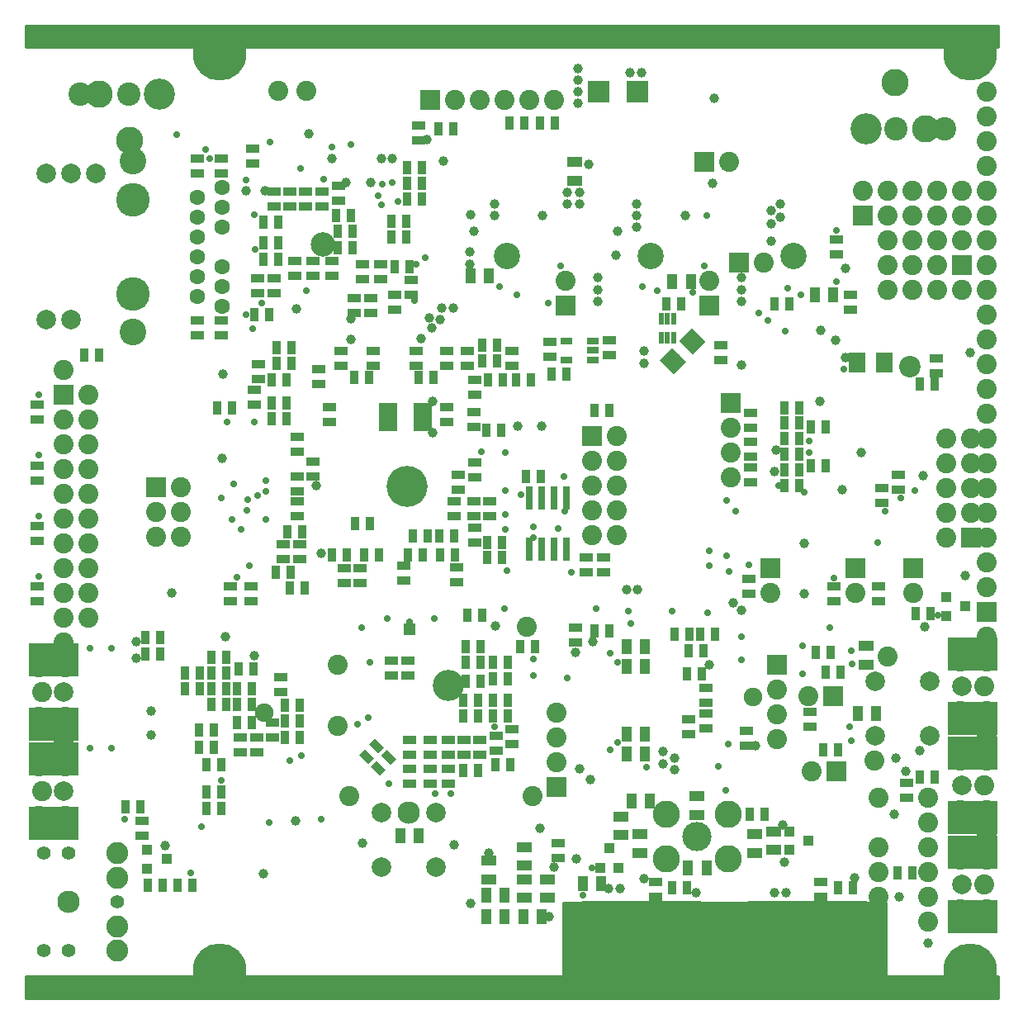
<source format=gbs>
G04 #@! TF.GenerationSoftware,KiCad,Pcbnew,5.0.2-bee76a0~70~ubuntu16.04.1*
G04 #@! TF.CreationDate,2019-02-23T19:03:37-08:00*
G04 #@! TF.ProjectId,hermeslite,6865726d-6573-46c6-9974-652e6b696361,2.0-build8*
G04 #@! TF.SameCoordinates,PX42c1d80PY2625a00*
G04 #@! TF.FileFunction,Soldermask,Bot*
G04 #@! TF.FilePolarity,Negative*
%FSLAX46Y46*%
G04 Gerber Fmt 4.6, Leading zero omitted, Abs format (unit mm)*
G04 Created by KiCad (PCBNEW 5.0.2-bee76a0~70~ubuntu16.04.1) date Sat 23 Feb 2019 07:03:37 PM PST*
%MOMM*%
%LPD*%
G01*
G04 APERTURE LIST*
%ADD10C,0.000000*%
%ADD11C,2.500000*%
%ADD12O,0.900000X1.600000*%
%ADD13R,12.200000X10.100000*%
%ADD14C,4.200000*%
%ADD15C,2.050000*%
%ADD16C,2.000000*%
%ADD17R,5.200000X3.500000*%
%ADD18R,0.835000X1.343000*%
%ADD19C,1.000000*%
%ADD20C,1.800000*%
%ADD21C,0.100000*%
%ADD22C,1.900000*%
%ADD23C,3.200000*%
%ADD24C,2.700000*%
%ADD25R,1.343000X0.835000*%
%ADD26R,2.050000X2.050000*%
%ADD27R,1.089000X1.597000*%
%ADD28R,1.800000X2.000000*%
%ADD29R,1.597000X1.089000*%
%ADD30C,0.835000*%
%ADD31R,1.250000X0.800000*%
%ADD32R,1.978000X2.994000*%
%ADD33R,0.800000X2.400000*%
%ADD34C,1.600000*%
%ADD35C,3.450000*%
%ADD36C,2.740000*%
%ADD37C,2.200000*%
%ADD38R,1.100000X1.000000*%
%ADD39R,1.000000X1.100000*%
%ADD40R,2.200000X2.300000*%
%ADD41R,1.200000X1.200000*%
%ADD42R,0.600000X1.200000*%
%ADD43C,5.500000*%
%ADD44C,2.300000*%
%ADD45C,2.800000*%
%ADD46C,3.000000*%
%ADD47C,2.400000*%
%ADD48C,1.400000*%
%ADD49C,2.250000*%
%ADD50C,0.000000*%
%ADD51C,0.700000*%
%ADD52C,0.000000*%
%ADD53C,0.700000*%
%ADD54C,0.254000*%
G04 APERTURE END LIST*
D10*
G04 #@! TO.C,U4*
X27216525Y-20615000D03*
X27216525Y-23415000D03*
D11*
X30616525Y-22615000D03*
D10*
X30016525Y-20615000D03*
X31416525Y-20615000D03*
X28616525Y-19215000D03*
X30016525Y-19215000D03*
X28616525Y-22015000D03*
X28616525Y-23415000D03*
X31416525Y-19215000D03*
X27216525Y-19215000D03*
X28616525Y-20615000D03*
X27216525Y-22015000D03*
G04 #@! TD*
D12*
G04 #@! TO.C,Q3*
X80300000Y-92600000D03*
D10*
X85000000Y-98000000D03*
X80300000Y-94500000D03*
X81000000Y-95000000D03*
X79600000Y-95000000D03*
X80300000Y-95500000D03*
X80300000Y-96500000D03*
X79600000Y-96000000D03*
X81000000Y-96000000D03*
X80300000Y-97500000D03*
X79600000Y-97000000D03*
X81000000Y-97000000D03*
X80300000Y-98500000D03*
D13*
X80300000Y-94850000D03*
D10*
X84000000Y-98000000D03*
X83000000Y-98000000D03*
X82000000Y-98000000D03*
X81000000Y-98000000D03*
X81000000Y-99000000D03*
X82000000Y-99000000D03*
X83000000Y-99000000D03*
X84000000Y-99000000D03*
X85000000Y-99000000D03*
X79600000Y-99000000D03*
X78600000Y-99000000D03*
X77600000Y-99000000D03*
X76600000Y-99000000D03*
X75600000Y-99000000D03*
X75600000Y-98000000D03*
X76600000Y-98000000D03*
X77600000Y-98000000D03*
X78600000Y-98000000D03*
X79600000Y-98000000D03*
G04 #@! TD*
D12*
G04 #@! TO.C,Q4*
X63300000Y-92600000D03*
D10*
X68000000Y-98000000D03*
X63300000Y-94500000D03*
X64000000Y-95000000D03*
X62600000Y-95000000D03*
X63300000Y-95500000D03*
X63300000Y-96500000D03*
X62600000Y-96000000D03*
X64000000Y-96000000D03*
X63300000Y-97500000D03*
X62600000Y-97000000D03*
X64000000Y-97000000D03*
X63300000Y-98500000D03*
D13*
X63300000Y-94850000D03*
D10*
X67000000Y-98000000D03*
X66000000Y-98000000D03*
X65000000Y-98000000D03*
X64000000Y-98000000D03*
X64000000Y-99000000D03*
X65000000Y-99000000D03*
X66000000Y-99000000D03*
X67000000Y-99000000D03*
X68000000Y-99000000D03*
X62600000Y-99000000D03*
X61600000Y-99000000D03*
X60600000Y-99000000D03*
X59600000Y-99000000D03*
X58600000Y-99000000D03*
X58600000Y-98000000D03*
X59600000Y-98000000D03*
X60600000Y-98000000D03*
X61600000Y-98000000D03*
X62600000Y-98000000D03*
G04 #@! TD*
G04 #@! TO.C,U2*
X35600000Y-46800000D03*
D14*
X39200000Y-47400000D03*
D10*
X37100000Y-43800000D03*
X35600000Y-43800000D03*
X38600000Y-45300000D03*
X35600000Y-45300000D03*
X37100000Y-45300000D03*
X37100000Y-46800000D03*
X38600000Y-43800000D03*
G04 #@! TD*
D15*
G04 #@! TO.C,RF2*
X98700000Y-83120000D03*
D16*
X96160000Y-88200000D03*
D15*
X96005000Y-85660000D03*
X96005000Y-90740000D03*
X98700000Y-90740000D03*
X98700000Y-85660000D03*
X98415000Y-88200000D03*
D17*
X97200000Y-91500000D03*
X97200000Y-84900000D03*
G04 #@! TD*
D15*
G04 #@! TO.C,RF3*
X98700000Y-72960000D03*
D16*
X96160000Y-78040000D03*
D15*
X96005000Y-75500000D03*
X96005000Y-80580000D03*
X98700000Y-80580000D03*
X98700000Y-75500000D03*
X98415000Y-78040000D03*
D17*
X97200000Y-81340000D03*
X97200000Y-74740000D03*
G04 #@! TD*
D15*
G04 #@! TO.C,RF1*
X98700000Y-62800000D03*
D16*
X96160000Y-67880000D03*
D15*
X96005000Y-65340000D03*
X96005000Y-70420000D03*
X98700000Y-70420000D03*
X98700000Y-65340000D03*
X98415000Y-67880000D03*
D17*
X97200000Y-71180000D03*
X97200000Y-64580000D03*
G04 #@! TD*
D16*
G04 #@! TO.C,CL2*
X4040000Y-68440000D03*
D15*
X4195000Y-70980000D03*
X4195000Y-65900000D03*
X1500000Y-65900000D03*
X1500000Y-70980000D03*
X1785000Y-68440000D03*
D17*
X3000000Y-65140000D03*
X3000000Y-71740000D03*
D15*
X4040000Y-63360000D03*
G04 #@! TD*
D16*
G04 #@! TO.C,CL1*
X4040000Y-78600000D03*
D15*
X4195000Y-81140000D03*
X4195000Y-76060000D03*
X1500000Y-76060000D03*
X1500000Y-81140000D03*
X1785000Y-78600000D03*
D17*
X3000000Y-75300000D03*
X3000000Y-81900000D03*
D15*
X4040000Y-73520000D03*
G04 #@! TD*
D18*
G04 #@! TO.C,C91*
X79462000Y-45700000D03*
X77938000Y-45700000D03*
G04 #@! TD*
D19*
G04 #@! TO.C,GT1*
X20400000Y-35900000D03*
G04 #@! TD*
D20*
G04 #@! TO.C,R123*
X68489949Y-32510051D03*
D21*
G36*
X68419238Y-31166548D02*
X69833452Y-32580762D01*
X68560660Y-33853554D01*
X67146446Y-32439340D01*
X68419238Y-31166548D01*
X68419238Y-31166548D01*
G37*
D20*
X66510051Y-34489949D03*
D21*
G36*
X66439340Y-33146446D02*
X67853554Y-34560660D01*
X66580762Y-35833452D01*
X65166548Y-34419238D01*
X66439340Y-33146446D01*
X66439340Y-33146446D01*
G37*
G04 #@! TD*
D22*
G04 #@! TO.C,U6*
X24555000Y-70620715D03*
D10*
X26055000Y-71120715D03*
X26055000Y-69120715D03*
X26055000Y-70220715D03*
X24955000Y-69120715D03*
X24055000Y-69120715D03*
X25555000Y-69620715D03*
G04 #@! TD*
D23*
G04 #@! TO.C,U7*
X43500000Y-67800000D03*
D10*
X44500000Y-72800000D03*
X44500000Y-71300000D03*
X43000000Y-72800000D03*
X43000000Y-71300000D03*
X38500000Y-72800000D03*
X40000000Y-72800000D03*
X40000000Y-66800000D03*
X38500000Y-66800000D03*
X38500000Y-68300000D03*
X40000000Y-68300000D03*
X40000000Y-71300000D03*
X38500000Y-71300000D03*
X38500000Y-69800000D03*
X40000000Y-69800000D03*
X44500000Y-69800000D03*
X43000000Y-69800000D03*
X41500000Y-66800000D03*
X41500000Y-68300000D03*
X41500000Y-72800000D03*
X41500000Y-71300000D03*
X41500000Y-69800000D03*
G04 #@! TD*
G04 #@! TO.C,U9*
X71395000Y-70325000D03*
X74395000Y-70325000D03*
X71395000Y-68825000D03*
D22*
X74700000Y-68950000D03*
D10*
X72895000Y-70325000D03*
X72895000Y-68825000D03*
G04 #@! TD*
G04 #@! TO.C,U16*
X52500000Y-23750000D03*
D24*
X49500000Y-23750000D03*
D10*
X51500000Y-23750000D03*
G04 #@! TD*
G04 #@! TO.C,U3*
X67200000Y-23750000D03*
D24*
X64200000Y-23750000D03*
D10*
X66200000Y-23750000D03*
G04 #@! TD*
G04 #@! TO.C,U8*
X81900000Y-23750000D03*
D24*
X78900000Y-23750000D03*
D10*
X80900000Y-23750000D03*
G04 #@! TD*
D25*
G04 #@! TO.C,R119*
X74300000Y-56838000D03*
X74300000Y-58362000D03*
G04 #@! TD*
G04 #@! TO.C,R118*
X83000000Y-57638000D03*
X83000000Y-59162000D03*
G04 #@! TD*
G04 #@! TO.C,R117*
X87600000Y-57638000D03*
X87600000Y-59162000D03*
G04 #@! TD*
D26*
G04 #@! TO.C,CN10*
X76500000Y-55800000D03*
D15*
X76500000Y-58340000D03*
G04 #@! TD*
D26*
G04 #@! TO.C,CN9*
X85200000Y-55800000D03*
D15*
X85200000Y-58340000D03*
G04 #@! TD*
D26*
G04 #@! TO.C,CN8*
X91100000Y-55800000D03*
D15*
X91100000Y-58340000D03*
G04 #@! TD*
D18*
G04 #@! TO.C,R115*
X77938000Y-47300000D03*
X79462000Y-47300000D03*
G04 #@! TD*
G04 #@! TO.C,R112*
X77938000Y-44100000D03*
X79462000Y-44100000D03*
G04 #@! TD*
G04 #@! TO.C,R109*
X77938000Y-42500000D03*
X79462000Y-42500000D03*
G04 #@! TD*
G04 #@! TO.C,R108*
X80638000Y-41300000D03*
X82162000Y-41300000D03*
G04 #@! TD*
G04 #@! TO.C,R104*
X77938000Y-39300000D03*
X79462000Y-39300000D03*
G04 #@! TD*
G04 #@! TO.C,C90*
X79462000Y-40900000D03*
X77938000Y-40900000D03*
G04 #@! TD*
D25*
G04 #@! TO.C,R107*
X74500000Y-42788000D03*
X74500000Y-44312000D03*
G04 #@! TD*
G04 #@! TO.C,R106*
X74500000Y-41362000D03*
X74500000Y-39838000D03*
G04 #@! TD*
D26*
G04 #@! TO.C,DB17*
X72400000Y-38800000D03*
D15*
X72400000Y-41340000D03*
X72400000Y-43880000D03*
X72400000Y-46420000D03*
G04 #@! TD*
D25*
G04 #@! TO.C,R53*
X87900000Y-49062000D03*
X87900000Y-47538000D03*
G04 #@! TD*
G04 #@! TO.C,R48*
X89600000Y-47762000D03*
X89600000Y-46238000D03*
G04 #@! TD*
G04 #@! TO.C,B111*
X74000000Y-72438000D03*
X74000000Y-73962000D03*
G04 #@! TD*
D27*
G04 #@! TO.C,C147*
X63652500Y-74800000D03*
X61747500Y-74800000D03*
G04 #@! TD*
G04 #@! TO.C,C146*
X63652500Y-65800000D03*
X61747500Y-65800000D03*
G04 #@! TD*
G04 #@! TO.C,C145*
X63652500Y-72800000D03*
X61747500Y-72800000D03*
G04 #@! TD*
G04 #@! TO.C,C144*
X63652500Y-63800000D03*
X61747500Y-63800000D03*
G04 #@! TD*
D18*
G04 #@! TO.C,R68*
X68162000Y-62500000D03*
X66638000Y-62500000D03*
G04 #@! TD*
G04 #@! TO.C,R67*
X70862000Y-62500000D03*
X69338000Y-62500000D03*
G04 #@! TD*
G04 #@! TO.C,B80*
X69462000Y-66600000D03*
X67938000Y-66600000D03*
G04 #@! TD*
D28*
G04 #@! TO.C,C43*
X85400000Y-34700000D03*
X88200000Y-34700000D03*
G04 #@! TD*
D26*
G04 #@! TO.C,DB27*
X86000000Y-19620000D03*
D15*
X86000000Y-17080000D03*
G04 #@! TD*
D26*
G04 #@! TO.C,DB14*
X73300000Y-24400000D03*
D15*
X75840000Y-24400000D03*
G04 #@! TD*
D27*
G04 #@! TO.C,C34*
X81047500Y-27700000D03*
X82952500Y-27700000D03*
G04 #@! TD*
D26*
G04 #@! TO.C,DB11*
X55500000Y-28800000D03*
D15*
X55500000Y-26260000D03*
G04 #@! TD*
D26*
G04 #@! TO.C,DB8*
X70200000Y-28800000D03*
D15*
X70200000Y-26260000D03*
G04 #@! TD*
D27*
G04 #@! TO.C,R61*
X87352500Y-70700000D03*
X85447500Y-70700000D03*
G04 #@! TD*
D26*
G04 #@! TO.C,DB23*
X83300000Y-76600000D03*
D15*
X80760000Y-76600000D03*
G04 #@! TD*
D26*
G04 #@! TO.C,DB20*
X82900000Y-68900000D03*
D15*
X80360000Y-68900000D03*
G04 #@! TD*
D29*
G04 #@! TO.C,R54*
X86300000Y-65652500D03*
X86300000Y-63747500D03*
G04 #@! TD*
D25*
G04 #@! TO.C,B81*
X54700000Y-83938000D03*
X54700000Y-85462000D03*
G04 #@! TD*
D29*
G04 #@! TO.C,L11*
X53600000Y-89552500D03*
X53600000Y-87647500D03*
G04 #@! TD*
D27*
G04 #@! TO.C,L10*
X47347500Y-91500000D03*
X49252500Y-91500000D03*
G04 #@! TD*
D29*
G04 #@! TO.C,C57*
X51300000Y-86252500D03*
X51300000Y-84347500D03*
G04 #@! TD*
D27*
G04 #@! TO.C,C56*
X51147500Y-91500000D03*
X53052500Y-91500000D03*
G04 #@! TD*
D29*
G04 #@! TO.C,C55*
X47600000Y-87652500D03*
X47600000Y-85747500D03*
G04 #@! TD*
G04 #@! TO.C,C54*
X51300000Y-87647500D03*
X51300000Y-89552500D03*
G04 #@! TD*
D27*
G04 #@! TO.C,C53*
X49252500Y-89300000D03*
X47347500Y-89300000D03*
G04 #@! TD*
D26*
G04 #@! TO.C,DB3*
X54600000Y-78200000D03*
D15*
X54600000Y-75660000D03*
X54600000Y-73120000D03*
X54600000Y-70580000D03*
G04 #@! TD*
D18*
G04 #@! TO.C,B98*
X75862000Y-81000000D03*
X74338000Y-81000000D03*
G04 #@! TD*
D29*
G04 #@! TO.C,R96*
X63100000Y-84952500D03*
X63100000Y-83047500D03*
G04 #@! TD*
G04 #@! TO.C,R93*
X74900000Y-83047500D03*
X74900000Y-84952500D03*
G04 #@! TD*
D27*
G04 #@! TO.C,C149*
X59152500Y-88100000D03*
X57247500Y-88100000D03*
G04 #@! TD*
D29*
G04 #@! TO.C,C148*
X76800000Y-84652500D03*
X76800000Y-82747500D03*
G04 #@! TD*
D25*
G04 #@! TO.C,B107*
X64700000Y-89462000D03*
X64700000Y-87938000D03*
G04 #@! TD*
G04 #@! TO.C,B104*
X81700000Y-89462000D03*
X81700000Y-87938000D03*
G04 #@! TD*
D26*
G04 #@! TO.C,DB2*
X77200000Y-65700000D03*
D15*
X77200000Y-68240000D03*
X77200000Y-70780000D03*
X77200000Y-73320000D03*
G04 #@! TD*
D25*
G04 #@! TO.C,R65*
X68100000Y-72762000D03*
X68100000Y-71238000D03*
G04 #@! TD*
G04 #@! TO.C,R55*
X69900000Y-69562000D03*
X69900000Y-68038000D03*
G04 #@! TD*
D18*
G04 #@! TO.C,R49*
X68138000Y-64200000D03*
X69662000Y-64200000D03*
G04 #@! TD*
D25*
G04 #@! TO.C,B75*
X69900000Y-72162000D03*
X69900000Y-70638000D03*
G04 #@! TD*
D18*
G04 #@! TO.C,J22*
X45438000Y-60600000D03*
X46962000Y-60600000D03*
G04 #@! TD*
D25*
G04 #@! TO.C,J9*
X50000000Y-73762000D03*
X50000000Y-72238000D03*
G04 #@! TD*
D30*
G04 #@! TO.C,B74*
X35061185Y-75038815D03*
D21*
G36*
X35240790Y-75808854D02*
X34291146Y-74859210D01*
X34881580Y-74268776D01*
X35831224Y-75218420D01*
X35240790Y-75808854D01*
X35240790Y-75808854D01*
G37*
D30*
X36138815Y-73961185D03*
D21*
G36*
X36318420Y-74731224D02*
X35368776Y-73781580D01*
X35959210Y-73191146D01*
X36908854Y-74140790D01*
X36318420Y-74731224D01*
X36318420Y-74731224D01*
G37*
G04 #@! TD*
D30*
G04 #@! TO.C,B72*
X36261185Y-76238815D03*
D21*
G36*
X36440790Y-77008854D02*
X35491146Y-76059210D01*
X36081580Y-75468776D01*
X37031224Y-76418420D01*
X36440790Y-77008854D01*
X36440790Y-77008854D01*
G37*
D30*
X37338815Y-75161185D03*
D21*
G36*
X37518420Y-75931224D02*
X36568776Y-74981580D01*
X37159210Y-74391146D01*
X38108854Y-75340790D01*
X37518420Y-75931224D01*
X37518420Y-75931224D01*
G37*
G04 #@! TD*
D18*
G04 #@! TO.C,FB20*
X50838000Y-63800000D03*
X52362000Y-63800000D03*
G04 #@! TD*
G04 #@! TO.C,FB19*
X49562000Y-70900000D03*
X48038000Y-70900000D03*
G04 #@! TD*
G04 #@! TO.C,FB18*
X49862000Y-75900000D03*
X48338000Y-75900000D03*
G04 #@! TD*
G04 #@! TO.C,FB17*
X45038000Y-76500000D03*
X46562000Y-76500000D03*
G04 #@! TD*
G04 #@! TO.C,C70*
X48038000Y-65400000D03*
X49562000Y-65400000D03*
G04 #@! TD*
G04 #@! TO.C,C69*
X46762000Y-63800000D03*
X45238000Y-63800000D03*
G04 #@! TD*
D25*
G04 #@! TO.C,C67*
X39300000Y-65238000D03*
X39300000Y-66762000D03*
G04 #@! TD*
D18*
G04 #@! TO.C,C66*
X48038000Y-69300000D03*
X49562000Y-69300000D03*
G04 #@! TD*
G04 #@! TO.C,C65*
X46562000Y-70900000D03*
X45038000Y-70900000D03*
G04 #@! TD*
D25*
G04 #@! TO.C,C64*
X46700000Y-74862000D03*
X46700000Y-73338000D03*
G04 #@! TD*
G04 #@! TO.C,C63*
X45100000Y-74862000D03*
X45100000Y-73338000D03*
G04 #@! TD*
G04 #@! TO.C,C62*
X43500000Y-76338000D03*
X43500000Y-77862000D03*
G04 #@! TD*
G04 #@! TO.C,C61*
X41600000Y-76338000D03*
X41600000Y-77862000D03*
G04 #@! TD*
G04 #@! TO.C,C60*
X39500000Y-76338000D03*
X39500000Y-77862000D03*
G04 #@! TD*
D18*
G04 #@! TO.C,B92*
X46762000Y-65400000D03*
X45238000Y-65400000D03*
G04 #@! TD*
G04 #@! TO.C,B91*
X46762000Y-67400000D03*
X45238000Y-67400000D03*
G04 #@! TD*
D25*
G04 #@! TO.C,B90*
X37600000Y-65238000D03*
X37600000Y-66762000D03*
G04 #@! TD*
D18*
G04 #@! TO.C,B89*
X46562000Y-69300000D03*
X45038000Y-69300000D03*
G04 #@! TD*
D25*
G04 #@! TO.C,B88*
X43500000Y-74862000D03*
X43500000Y-73338000D03*
G04 #@! TD*
G04 #@! TO.C,B87*
X41600000Y-74862000D03*
X41600000Y-73338000D03*
G04 #@! TD*
G04 #@! TO.C,B86*
X39500000Y-74862000D03*
X39500000Y-73338000D03*
G04 #@! TD*
D31*
G04 #@! TO.C,U17*
X58300000Y-32500000D03*
X58300000Y-33450000D03*
X58300000Y-34400000D03*
X55600000Y-34400000D03*
X55600000Y-32500000D03*
G04 #@! TD*
D25*
G04 #@! TO.C,C26*
X60000000Y-32438000D03*
X60000000Y-33962000D03*
G04 #@! TD*
G04 #@! TO.C,C25*
X53900000Y-32538000D03*
X53900000Y-34062000D03*
G04 #@! TD*
D18*
G04 #@! TO.C,B116*
X55562000Y-35900000D03*
X54038000Y-35900000D03*
G04 #@! TD*
D25*
G04 #@! TO.C,FB30*
X38000000Y-29262000D03*
X38000000Y-27738000D03*
G04 #@! TD*
D18*
G04 #@! TO.C,FB28*
X21262000Y-39300000D03*
X19738000Y-39300000D03*
G04 #@! TD*
D27*
G04 #@! TO.C,C24*
X47652500Y-25800000D03*
X45747500Y-25800000D03*
G04 #@! TD*
G04 #@! TO.C,C18*
X66447500Y-26400000D03*
X68352500Y-26400000D03*
G04 #@! TD*
D29*
G04 #@! TO.C,C15*
X56400000Y-16052500D03*
X56400000Y-14147500D03*
G04 #@! TD*
D25*
G04 #@! TO.C,R44*
X23200000Y-59162000D03*
X23200000Y-57638000D03*
G04 #@! TD*
G04 #@! TO.C,R43*
X21100000Y-59162000D03*
X21100000Y-57638000D03*
G04 #@! TD*
G04 #@! TO.C,R10*
X23800000Y-74662000D03*
X23800000Y-73138000D03*
G04 #@! TD*
D18*
G04 #@! TO.C,R36*
X20162000Y-80400000D03*
X18638000Y-80400000D03*
G04 #@! TD*
G04 #@! TO.C,J3*
X20162000Y-78700000D03*
X18638000Y-78700000D03*
G04 #@! TD*
G04 #@! TO.C,FB26*
X20662000Y-66500000D03*
X19138000Y-66500000D03*
G04 #@! TD*
G04 #@! TO.C,FB25*
X20662000Y-64900000D03*
X19138000Y-64900000D03*
G04 #@! TD*
G04 #@! TO.C,FB24*
X20662000Y-68100000D03*
X19138000Y-68100000D03*
G04 #@! TD*
D25*
G04 #@! TO.C,FB23*
X22100000Y-73138000D03*
X22100000Y-74662000D03*
G04 #@! TD*
D18*
G04 #@! TO.C,FB13*
X28262000Y-73100000D03*
X26738000Y-73100000D03*
G04 #@! TD*
G04 #@! TO.C,FB12*
X19462000Y-72400000D03*
X17938000Y-72400000D03*
G04 #@! TD*
G04 #@! TO.C,C41*
X19462000Y-74100000D03*
X17938000Y-74100000D03*
G04 #@! TD*
G04 #@! TO.C,C12*
X21838000Y-68100000D03*
X23362000Y-68100000D03*
G04 #@! TD*
D25*
G04 #@! TO.C,B115*
X25400000Y-73162000D03*
X25400000Y-71638000D03*
G04 #@! TD*
D18*
G04 #@! TO.C,B114*
X21838000Y-69700000D03*
X23362000Y-69700000D03*
G04 #@! TD*
D25*
G04 #@! TO.C,B113*
X26300000Y-66938000D03*
X26300000Y-68462000D03*
G04 #@! TD*
D18*
G04 #@! TO.C,B56*
X20162000Y-75900000D03*
X18638000Y-75900000D03*
G04 #@! TD*
G04 #@! TO.C,C45*
X17962000Y-66500000D03*
X16438000Y-66500000D03*
G04 #@! TD*
G04 #@! TO.C,C44*
X28262000Y-71400000D03*
X26738000Y-71400000D03*
G04 #@! TD*
G04 #@! TO.C,B64*
X17962000Y-68100000D03*
X16438000Y-68100000D03*
G04 #@! TD*
G04 #@! TO.C,B62*
X28262000Y-69800000D03*
X26738000Y-69800000D03*
G04 #@! TD*
G04 #@! TO.C,B61*
X21838000Y-71600000D03*
X23362000Y-71600000D03*
G04 #@! TD*
G04 #@! TO.C,B60*
X20662000Y-69700000D03*
X19138000Y-69700000D03*
G04 #@! TD*
G04 #@! TO.C,B59*
X23462000Y-66100000D03*
X21938000Y-66100000D03*
G04 #@! TD*
G04 #@! TO.C,R78*
X14162000Y-88300000D03*
X12638000Y-88300000D03*
G04 #@! TD*
D25*
G04 #@! TO.C,R77*
X12100000Y-81638000D03*
X12100000Y-83162000D03*
G04 #@! TD*
D18*
G04 #@! TO.C,R76*
X12438000Y-64600000D03*
X13962000Y-64600000D03*
G04 #@! TD*
G04 #@! TO.C,R75*
X12438000Y-62900000D03*
X13962000Y-62900000D03*
G04 #@! TD*
G04 #@! TO.C,C72*
X15738000Y-88300000D03*
X17262000Y-88300000D03*
G04 #@! TD*
G04 #@! TO.C,C71*
X11862000Y-80200000D03*
X10338000Y-80200000D03*
G04 #@! TD*
D25*
G04 #@! TO.C,R74*
X1300000Y-57638000D03*
X1300000Y-59162000D03*
G04 #@! TD*
G04 #@! TO.C,R73*
X1300000Y-51438000D03*
X1300000Y-52962000D03*
G04 #@! TD*
G04 #@! TO.C,R72*
X1300000Y-45238000D03*
X1300000Y-46762000D03*
G04 #@! TD*
G04 #@! TO.C,R71*
X1300000Y-39038000D03*
X1300000Y-40562000D03*
G04 #@! TD*
D18*
G04 #@! TO.C,FB8*
X51962000Y-36500000D03*
X50438000Y-36500000D03*
G04 #@! TD*
G04 #@! TO.C,FB7*
X26938000Y-52000000D03*
X28462000Y-52000000D03*
G04 #@! TD*
D25*
G04 #@! TO.C,FB6*
X47700000Y-48938000D03*
X47700000Y-50462000D03*
G04 #@! TD*
G04 #@! TO.C,FB5*
X23600000Y-38962000D03*
X23600000Y-37438000D03*
G04 #@! TD*
D18*
G04 #@! TO.C,FB4*
X48462000Y-32900000D03*
X46938000Y-32900000D03*
G04 #@! TD*
G04 #@! TO.C,FB3*
X28762000Y-57800000D03*
X27238000Y-57800000D03*
G04 #@! TD*
G04 #@! TO.C,FB2*
X42538000Y-52500000D03*
X44062000Y-52500000D03*
G04 #@! TD*
G04 #@! TO.C,FB1*
X27362000Y-33200000D03*
X25838000Y-33200000D03*
G04 #@! TD*
G04 #@! TO.C,C9*
X35462000Y-51200000D03*
X33938000Y-51200000D03*
G04 #@! TD*
D25*
G04 #@! TO.C,C8*
X31300000Y-40762000D03*
X31300000Y-39238000D03*
G04 #@! TD*
G04 #@! TO.C,C7*
X43300000Y-40762000D03*
X43300000Y-39238000D03*
G04 #@! TD*
D18*
G04 #@! TO.C,C6*
X39838000Y-52500000D03*
X41362000Y-52500000D03*
G04 #@! TD*
D32*
G04 #@! TO.C,C5*
X40878000Y-40300000D03*
X37322000Y-40300000D03*
G04 #@! TD*
D25*
G04 #@! TO.C,C4*
X50000000Y-35062000D03*
X50000000Y-33538000D03*
G04 #@! TD*
G04 #@! TO.C,C3*
X26500000Y-53338000D03*
X26500000Y-54862000D03*
G04 #@! TD*
G04 #@! TO.C,C2*
X46100000Y-50462000D03*
X46100000Y-48938000D03*
G04 #@! TD*
G04 #@! TO.C,C1*
X24000000Y-36362000D03*
X24000000Y-34838000D03*
G04 #@! TD*
D33*
G04 #@! TO.C,U1*
X51795000Y-53800000D03*
X51795000Y-48600000D03*
X53065000Y-53800000D03*
X53065000Y-48600000D03*
X54335000Y-53800000D03*
X54335000Y-48600000D03*
X55605000Y-53800000D03*
X55605000Y-48600000D03*
G04 #@! TD*
D25*
G04 #@! TO.C,R7*
X44100000Y-50462000D03*
X44100000Y-48938000D03*
G04 #@! TD*
G04 #@! TO.C,R6*
X44500000Y-47762000D03*
X44500000Y-46238000D03*
G04 #@! TD*
G04 #@! TO.C,R5*
X29600000Y-44838000D03*
X29600000Y-46362000D03*
G04 #@! TD*
D18*
G04 #@! TO.C,R4*
X58438000Y-39600000D03*
X59962000Y-39600000D03*
G04 #@! TD*
D25*
G04 #@! TO.C,R3*
X59400000Y-54638000D03*
X59400000Y-56162000D03*
G04 #@! TD*
G04 #@! TO.C,R2*
X57600000Y-54638000D03*
X57600000Y-56162000D03*
G04 #@! TD*
D18*
G04 #@! TO.C,R1*
X52962000Y-46400000D03*
X51438000Y-46400000D03*
G04 #@! TD*
D26*
G04 #@! TO.C,CN1*
X58230000Y-42220000D03*
D15*
X60770000Y-42220000D03*
X58230000Y-44760000D03*
X60770000Y-44760000D03*
X58230000Y-47300000D03*
X60770000Y-47300000D03*
X58230000Y-49840000D03*
X60770000Y-49840000D03*
X58230000Y-52380000D03*
X60770000Y-52380000D03*
G04 #@! TD*
D25*
G04 #@! TO.C,B35*
X46200000Y-46462000D03*
X46200000Y-44938000D03*
G04 #@! TD*
D18*
G04 #@! TO.C,B34*
X48862000Y-41600000D03*
X47338000Y-41600000D03*
G04 #@! TD*
D25*
G04 #@! TO.C,B33*
X40200000Y-33538000D03*
X40200000Y-35062000D03*
G04 #@! TD*
G04 #@! TO.C,B32*
X43300000Y-33538000D03*
X43300000Y-35062000D03*
G04 #@! TD*
G04 #@! TO.C,B31*
X32500000Y-33538000D03*
X32500000Y-35062000D03*
G04 #@! TD*
G04 #@! TO.C,B30*
X35800000Y-33538000D03*
X35800000Y-35062000D03*
G04 #@! TD*
D18*
G04 #@! TO.C,B29*
X25338000Y-40400000D03*
X26862000Y-40400000D03*
G04 #@! TD*
D25*
G04 #@! TO.C,B28*
X28000000Y-46338000D03*
X28000000Y-47862000D03*
G04 #@! TD*
G04 #@! TO.C,B13*
X34400000Y-57262000D03*
X34400000Y-55738000D03*
G04 #@! TD*
G04 #@! TO.C,B12*
X32800000Y-57262000D03*
X32800000Y-55738000D03*
G04 #@! TD*
D18*
G04 #@! TO.C,B11*
X49062000Y-36500000D03*
X47538000Y-36500000D03*
G04 #@! TD*
D25*
G04 #@! TO.C,B10*
X28200000Y-53338000D03*
X28200000Y-54862000D03*
G04 #@! TD*
D18*
G04 #@! TO.C,B9*
X48962000Y-53100000D03*
X47438000Y-53100000D03*
G04 #@! TD*
G04 #@! TO.C,B8*
X25338000Y-36500000D03*
X26862000Y-36500000D03*
G04 #@! TD*
D25*
G04 #@! TO.C,B7*
X44300000Y-57162000D03*
X44300000Y-55638000D03*
G04 #@! TD*
G04 #@! TO.C,B6*
X38900000Y-57062000D03*
X38900000Y-55538000D03*
G04 #@! TD*
D18*
G04 #@! TO.C,B5*
X46938000Y-34500000D03*
X48462000Y-34500000D03*
G04 #@! TD*
G04 #@! TO.C,B4*
X27262000Y-56200000D03*
X25738000Y-56200000D03*
G04 #@! TD*
G04 #@! TO.C,B3*
X48962000Y-54700000D03*
X47438000Y-54700000D03*
G04 #@! TD*
G04 #@! TO.C,B2*
X25838000Y-34800000D03*
X27362000Y-34800000D03*
G04 #@! TD*
G04 #@! TO.C,B27*
X42638000Y-54400000D03*
X44162000Y-54400000D03*
G04 #@! TD*
G04 #@! TO.C,B26*
X40862000Y-54400000D03*
X39338000Y-54400000D03*
G04 #@! TD*
G04 #@! TO.C,B25*
X36362000Y-54400000D03*
X34838000Y-54400000D03*
G04 #@! TD*
G04 #@! TO.C,B24*
X31538000Y-54400000D03*
X33062000Y-54400000D03*
G04 #@! TD*
D25*
G04 #@! TO.C,B23*
X28000000Y-50462000D03*
X28000000Y-48938000D03*
G04 #@! TD*
D18*
G04 #@! TO.C,B22*
X25338000Y-38800000D03*
X26862000Y-38800000D03*
G04 #@! TD*
D25*
G04 #@! TO.C,B21*
X28000000Y-42338000D03*
X28000000Y-43862000D03*
G04 #@! TD*
G04 #@! TO.C,B20*
X30200000Y-35338000D03*
X30200000Y-36862000D03*
G04 #@! TD*
D18*
G04 #@! TO.C,B19*
X41962000Y-36200000D03*
X40438000Y-36200000D03*
G04 #@! TD*
G04 #@! TO.C,B18*
X33838000Y-36200000D03*
X35362000Y-36200000D03*
G04 #@! TD*
D25*
G04 #@! TO.C,B17*
X45400000Y-35062000D03*
X45400000Y-33538000D03*
G04 #@! TD*
G04 #@! TO.C,B16*
X46200000Y-37962000D03*
X46200000Y-36438000D03*
G04 #@! TD*
G04 #@! TO.C,B15*
X46100000Y-39738000D03*
X46100000Y-41262000D03*
G04 #@! TD*
G04 #@! TO.C,B14*
X46200000Y-51638000D03*
X46200000Y-53162000D03*
G04 #@! TD*
D18*
G04 #@! TO.C,R29*
X39462000Y-24900000D03*
X37938000Y-24900000D03*
G04 #@! TD*
G04 #@! TO.C,R28*
X37638000Y-20200000D03*
X39162000Y-20200000D03*
G04 #@! TD*
G04 #@! TO.C,R27*
X39238000Y-16300000D03*
X40762000Y-16300000D03*
G04 #@! TD*
G04 #@! TO.C,R26*
X40762000Y-17900000D03*
X39238000Y-17900000D03*
G04 #@! TD*
G04 #@! TO.C,R25*
X39162000Y-21800000D03*
X37638000Y-21800000D03*
G04 #@! TD*
D25*
G04 #@! TO.C,R24*
X36500000Y-24638000D03*
X36500000Y-26162000D03*
G04 #@! TD*
G04 #@! TO.C,R23*
X35500000Y-29562000D03*
X35500000Y-28038000D03*
G04 #@! TD*
G04 #@! TO.C,R22*
X34700000Y-24638000D03*
X34700000Y-26162000D03*
G04 #@! TD*
G04 #@! TO.C,R21*
X33800000Y-29562000D03*
X33800000Y-28038000D03*
G04 #@! TD*
D18*
G04 #@! TO.C,R20*
X40762000Y-14700000D03*
X39238000Y-14700000D03*
G04 #@! TD*
D25*
G04 #@! TO.C,C35*
X39700000Y-26238000D03*
X39700000Y-27762000D03*
G04 #@! TD*
G04 #@! TO.C,R34*
X23400000Y-14262000D03*
X23400000Y-12738000D03*
G04 #@! TD*
G04 #@! TO.C,B39*
X20200000Y-30338000D03*
X20200000Y-31862000D03*
G04 #@! TD*
G04 #@! TO.C,B38*
X17700000Y-30338000D03*
X17700000Y-31862000D03*
G04 #@! TD*
G04 #@! TO.C,B37*
X17700000Y-15262000D03*
X17700000Y-13738000D03*
G04 #@! TD*
G04 #@! TO.C,B36*
X20200000Y-15262000D03*
X20200000Y-13738000D03*
G04 #@! TD*
D18*
G04 #@! TO.C,FB10*
X42438000Y-10700000D03*
X43962000Y-10700000D03*
G04 #@! TD*
D25*
G04 #@! TO.C,C39*
X40400000Y-10388000D03*
X40400000Y-11912000D03*
G04 #@! TD*
D18*
G04 #@! TO.C,B41*
X24538000Y-22400000D03*
X26062000Y-22400000D03*
G04 #@! TD*
G04 #@! TO.C,B40*
X24538000Y-20300000D03*
X26062000Y-20300000D03*
G04 #@! TD*
D25*
G04 #@! TO.C,B54*
X28800000Y-17138000D03*
X28800000Y-18662000D03*
G04 #@! TD*
G04 #@! TO.C,B53*
X30500000Y-17138000D03*
X30500000Y-18662000D03*
G04 #@! TD*
D18*
G04 #@! TO.C,B52*
X33462000Y-19600000D03*
X31938000Y-19600000D03*
G04 #@! TD*
D25*
G04 #@! TO.C,B51*
X25600000Y-27562000D03*
X25600000Y-26038000D03*
G04 #@! TD*
G04 #@! TO.C,B50*
X32200000Y-16538000D03*
X32200000Y-18062000D03*
G04 #@! TD*
D18*
G04 #@! TO.C,B49*
X33662000Y-21200000D03*
X32138000Y-21200000D03*
G04 #@! TD*
G04 #@! TO.C,B48*
X33662000Y-22900000D03*
X32138000Y-22900000D03*
G04 #@! TD*
D25*
G04 #@! TO.C,B47*
X31500000Y-25762000D03*
X31500000Y-24238000D03*
G04 #@! TD*
G04 #@! TO.C,B46*
X29600000Y-25762000D03*
X29600000Y-24238000D03*
G04 #@! TD*
G04 #@! TO.C,B45*
X27700000Y-25762000D03*
X27700000Y-24238000D03*
G04 #@! TD*
G04 #@! TO.C,B44*
X27200000Y-17138000D03*
X27200000Y-18662000D03*
G04 #@! TD*
D18*
G04 #@! TO.C,B43*
X24538000Y-24100000D03*
X26062000Y-24100000D03*
G04 #@! TD*
D25*
G04 #@! TO.C,B42*
X25600000Y-17138000D03*
X25600000Y-18662000D03*
G04 #@! TD*
D34*
G04 #@! TO.C,CN3*
X17700000Y-27880000D03*
X17700000Y-25850000D03*
X17700000Y-23820000D03*
X17700000Y-21780000D03*
X17700000Y-19750000D03*
X17700000Y-17720000D03*
X20240000Y-28900000D03*
X20240000Y-26870000D03*
X20240000Y-24840000D03*
X20240000Y-20760000D03*
X20240000Y-18730000D03*
X20240000Y-16700000D03*
D16*
X4750000Y-30320000D03*
X2210000Y-30320000D03*
X7290000Y-15280000D03*
X4750000Y-15280000D03*
X2210000Y-15280000D03*
D35*
X11100000Y-27625000D03*
X11100000Y-17975000D03*
D36*
X11100000Y-31590000D03*
X11100000Y-14010000D03*
G04 #@! TD*
D18*
G04 #@! TO.C,C68*
X48038000Y-67100000D03*
X49562000Y-67100000D03*
G04 #@! TD*
D27*
G04 #@! TO.C,C84*
X69952500Y-86500000D03*
X68047500Y-86500000D03*
G04 #@! TD*
D29*
G04 #@! TO.C,C85*
X61200000Y-81247500D03*
X61200000Y-83152500D03*
G04 #@! TD*
D27*
G04 #@! TO.C,R60*
X64152500Y-79600000D03*
X62247500Y-79600000D03*
G04 #@! TD*
D19*
G04 #@! TO.C,GT2*
X24500000Y-87100000D03*
G04 #@! TD*
G04 #@! TO.C,GT3*
X15100000Y-58300000D03*
G04 #@! TD*
G04 #@! TO.C,GT4*
X85800000Y-43900000D03*
G04 #@! TD*
D10*
G04 #@! TO.C,U12*
X90200000Y-32900000D03*
X91400000Y-32900000D03*
D37*
X90800000Y-35100000D03*
G04 #@! TD*
D38*
G04 #@! TO.C,Q2*
X94500000Y-60650000D03*
X96500000Y-59700000D03*
X94500000Y-58750000D03*
G04 #@! TD*
D39*
G04 #@! TO.C,D7*
X60950000Y-86500000D03*
X60000000Y-84500000D03*
X59050000Y-86500000D03*
G04 #@! TD*
D38*
G04 #@! TO.C,D6*
X78400000Y-84650000D03*
X80400000Y-83700000D03*
X78400000Y-82750000D03*
G04 #@! TD*
D15*
G04 #@! TO.C,DB21*
X88500000Y-64800000D03*
G04 #@! TD*
G04 #@! TO.C,DB25*
X87200000Y-75500000D03*
G04 #@! TD*
D18*
G04 #@! TO.C,B119*
X82138000Y-66400000D03*
X83662000Y-66400000D03*
G04 #@! TD*
G04 #@! TO.C,B120*
X81938000Y-74400000D03*
X83462000Y-74400000D03*
G04 #@! TD*
G04 #@! TO.C,B122*
X67362000Y-28700000D03*
X65838000Y-28700000D03*
G04 #@! TD*
D27*
G04 #@! TO.C,C87*
X40452500Y-83200000D03*
X38547500Y-83200000D03*
G04 #@! TD*
D38*
G04 #@! TO.C,D8*
X12600000Y-86550000D03*
X14600000Y-85600000D03*
X12600000Y-84650000D03*
G04 #@! TD*
D40*
G04 #@! TO.C,D12*
X58920000Y-6900000D03*
X62880000Y-6900000D03*
G04 #@! TD*
D18*
G04 #@! TO.C,FB16*
X76938000Y-28700000D03*
X78462000Y-28700000D03*
G04 #@! TD*
G04 #@! TO.C,R126*
X91438000Y-60400000D03*
X92962000Y-60400000D03*
G04 #@! TD*
D41*
G04 #@! TO.C,TP9*
X39500000Y-62000000D03*
G04 #@! TD*
D42*
G04 #@! TO.C,U14*
X65300000Y-30200000D03*
X65950000Y-30200000D03*
X66600000Y-30200000D03*
X66600000Y-32150000D03*
X65950000Y-32150000D03*
X65300000Y-32150000D03*
G04 #@! TD*
D15*
G04 #@! TO.C,K2*
X92640000Y-79320000D03*
X92640000Y-84400000D03*
X92640000Y-86940000D03*
X92640000Y-89480000D03*
X87560000Y-89480000D03*
X87560000Y-86940000D03*
X87560000Y-84400000D03*
X87560000Y-79320000D03*
X92640000Y-81860000D03*
X92640000Y-92020000D03*
G04 #@! TD*
D25*
G04 #@! TO.C,FB21*
X93500000Y-34238000D03*
X93500000Y-35762000D03*
G04 #@! TD*
D26*
G04 #@! TO.C,J6*
X69700000Y-14100000D03*
D15*
X72240000Y-14100000D03*
G04 #@! TD*
D18*
G04 #@! TO.C,R130*
X91838000Y-36900000D03*
X93362000Y-36900000D03*
G04 #@! TD*
G04 #@! TO.C,R131*
X25062000Y-29800000D03*
X23538000Y-29800000D03*
G04 #@! TD*
D25*
G04 #@! TO.C,R132*
X23900000Y-27562000D03*
X23900000Y-26038000D03*
G04 #@! TD*
D18*
G04 #@! TO.C,R133*
X7662000Y-33900000D03*
X6138000Y-33900000D03*
G04 #@! TD*
D25*
G04 #@! TO.C,R135*
X48400000Y-72938000D03*
X48400000Y-74462000D03*
G04 #@! TD*
D43*
G04 #@! TO.C,MH1*
X20000000Y-3000000D03*
G04 #@! TD*
G04 #@! TO.C,MH2*
X20000000Y-97000000D03*
G04 #@! TD*
G04 #@! TO.C,MH3*
X97000000Y-97000000D03*
G04 #@! TD*
G04 #@! TO.C,MH4*
X97000000Y-3000000D03*
G04 #@! TD*
G04 #@! TO.C,MH5*
X71800000Y-93300000D03*
G04 #@! TD*
D15*
G04 #@! TO.C,MH6*
X4040000Y-35420000D03*
G04 #@! TD*
D25*
G04 #@! TO.C,J20*
X71400000Y-32938000D03*
X71400000Y-34462000D03*
G04 #@! TD*
G04 #@! TO.C,R70*
X56500000Y-63362000D03*
X56500000Y-61838000D03*
G04 #@! TD*
D18*
G04 #@! TO.C,R127*
X58438000Y-62200000D03*
X59962000Y-62200000D03*
G04 #@! TD*
G04 #@! TO.C,J32*
X67962000Y-88500000D03*
X66438000Y-88500000D03*
G04 #@! TD*
G04 #@! TO.C,J31*
X84962000Y-88500000D03*
X83438000Y-88500000D03*
G04 #@! TD*
D16*
G04 #@! TO.C,T2*
X42194000Y-80806000D03*
D44*
X39400000Y-80806000D03*
D16*
X36606000Y-80806000D03*
X36606000Y-86394000D03*
X42194000Y-86394000D03*
G04 #@! TD*
D45*
G04 #@! TO.C,T3*
X72200000Y-81000000D03*
X65800000Y-81000000D03*
X65800000Y-85600000D03*
X72200000Y-85600000D03*
D46*
X69000000Y-83300000D03*
G04 #@! TD*
D16*
G04 #@! TO.C,T1*
X87206000Y-67406000D03*
X87206000Y-72994000D03*
X92794000Y-72994000D03*
X92794000Y-67406000D03*
G04 #@! TD*
D25*
G04 #@! TO.C,FB22*
X74500000Y-45438000D03*
X74500000Y-46962000D03*
G04 #@! TD*
D18*
G04 #@! TO.C,R95*
X81138000Y-64400000D03*
X82662000Y-64400000D03*
G04 #@! TD*
D25*
G04 #@! TO.C,R101*
X80600000Y-70538000D03*
X80600000Y-72062000D03*
G04 #@! TD*
D29*
G04 #@! TO.C,C92*
X69000000Y-81052500D03*
X69000000Y-79147500D03*
G04 #@! TD*
D18*
G04 #@! TO.C,J24*
X54362000Y-10100000D03*
X52838000Y-10100000D03*
G04 #@! TD*
D26*
G04 #@! TO.C,DB7*
X98700000Y-60260000D03*
D15*
X98700000Y-57720000D03*
X98700000Y-55180000D03*
X98700000Y-52640000D03*
X98700000Y-50100000D03*
X98700000Y-47560000D03*
X98700000Y-45020000D03*
X98700000Y-42480000D03*
X98700000Y-39940000D03*
X98700000Y-37400000D03*
X98700000Y-34860000D03*
X98700000Y-32320000D03*
X98700000Y-29780000D03*
X98700000Y-27240000D03*
X98700000Y-24700000D03*
X98700000Y-22160000D03*
X98700000Y-19620000D03*
X98700000Y-17080000D03*
X98700000Y-14540000D03*
X98700000Y-12000000D03*
X98700000Y-9460000D03*
X98700000Y-6920000D03*
G04 #@! TD*
G04 #@! TO.C,DB15*
X88540000Y-27240000D03*
X91080000Y-27240000D03*
X93620000Y-27240000D03*
X88540000Y-24700000D03*
X91080000Y-24700000D03*
X93620000Y-24700000D03*
X88540000Y-22160000D03*
X91080000Y-22160000D03*
X93620000Y-22160000D03*
X88540000Y-19620000D03*
X91080000Y-19620000D03*
X93620000Y-19620000D03*
X96160000Y-27240000D03*
X88540000Y-17080000D03*
X91080000Y-17080000D03*
X93620000Y-17080000D03*
D26*
X96160000Y-24700000D03*
D15*
X96160000Y-22160000D03*
X96160000Y-19620000D03*
X96160000Y-17080000D03*
G04 #@! TD*
D18*
G04 #@! TO.C,R8*
X51262000Y-10100000D03*
X49738000Y-10100000D03*
G04 #@! TD*
D25*
G04 #@! TO.C,R9*
X84700000Y-29262000D03*
X84700000Y-27738000D03*
G04 #@! TD*
D15*
G04 #@! TO.C,GT5*
X51500000Y-61800000D03*
G04 #@! TD*
G04 #@! TO.C,GT6*
X52080000Y-79100000D03*
G04 #@! TD*
G04 #@! TO.C,GT7*
X32100000Y-71900000D03*
G04 #@! TD*
G04 #@! TO.C,GT8*
X32100000Y-65700000D03*
G04 #@! TD*
G04 #@! TO.C,GT9*
X33300000Y-79100000D03*
G04 #@! TD*
D25*
G04 #@! TO.C,J1*
X90500000Y-77738000D03*
X90500000Y-79262000D03*
G04 #@! TD*
D18*
G04 #@! TO.C,J14*
X91062000Y-87000000D03*
X89538000Y-87000000D03*
G04 #@! TD*
D25*
G04 #@! TO.C,J15*
X83300000Y-23562000D03*
X83300000Y-22038000D03*
G04 #@! TD*
D18*
G04 #@! TO.C,J21*
X91838000Y-77200000D03*
X93362000Y-77200000D03*
G04 #@! TD*
G04 #@! TO.C,J26*
X80638000Y-45300000D03*
X82162000Y-45300000D03*
G04 #@! TD*
D19*
G04 #@! TO.C,GT10*
X20300000Y-44500000D03*
G04 #@! TD*
G04 #@! TO.C,GT11*
X83900000Y-47700000D03*
G04 #@! TD*
G04 #@! TO.C,GT12*
X89200000Y-81000000D03*
G04 #@! TD*
G04 #@! TO.C,GT13*
X20600000Y-62800000D03*
G04 #@! TD*
G04 #@! TO.C,GT14*
X96500000Y-56500000D03*
G04 #@! TD*
D23*
G04 #@! TO.C,CN2*
X13800000Y-7200000D03*
D45*
X7650000Y-7200000D03*
X10800000Y-11900000D03*
D47*
X10700000Y-7200000D03*
X5700000Y-7200000D03*
G04 #@! TD*
D23*
G04 #@! TO.C,CN7*
X86300000Y-10700000D03*
D45*
X92450000Y-10700000D03*
X89300000Y-6000000D03*
D47*
X89400000Y-10700000D03*
X94400000Y-10700000D03*
G04 #@! TD*
D26*
G04 #@! TO.C,DB12*
X13500000Y-47460000D03*
D15*
X16040000Y-47460000D03*
X13500000Y-50000000D03*
X16040000Y-50000000D03*
X13500000Y-52540000D03*
X16040000Y-52540000D03*
G04 #@! TD*
D26*
G04 #@! TO.C,DB1*
X4040000Y-37960000D03*
D15*
X6580000Y-37960000D03*
X4040000Y-40500000D03*
X6580000Y-40500000D03*
X4040000Y-43040000D03*
X6580000Y-43040000D03*
X4040000Y-45580000D03*
X6580000Y-45580000D03*
X4040000Y-48120000D03*
X6580000Y-48120000D03*
X4040000Y-50660000D03*
X6580000Y-50660000D03*
X4040000Y-53200000D03*
X6580000Y-53200000D03*
X4040000Y-55740000D03*
X6580000Y-55740000D03*
X4040000Y-58280000D03*
X6580000Y-58280000D03*
X4040000Y-60820000D03*
X6580000Y-60820000D03*
G04 #@! TD*
D26*
G04 #@! TO.C,DB9*
X41600000Y-7800000D03*
D15*
X44140000Y-7800000D03*
X46680000Y-7800000D03*
X49220000Y-7800000D03*
X51760000Y-7800000D03*
X54300000Y-7800000D03*
G04 #@! TD*
D26*
G04 #@! TO.C,DB13*
X97100000Y-52640000D03*
D15*
X94560000Y-52640000D03*
X97100000Y-50100000D03*
X94560000Y-50100000D03*
X97100000Y-47560000D03*
X94560000Y-47560000D03*
X97100000Y-45020000D03*
X94560000Y-45020000D03*
X97100000Y-42480000D03*
X94560000Y-42480000D03*
G04 #@! TD*
D48*
G04 #@! TO.C,CN4*
X2000000Y-85000000D03*
X2000000Y-95000000D03*
X4500000Y-85000000D03*
X4500000Y-95000000D03*
X9500000Y-90000000D03*
D49*
X9500000Y-87500000D03*
X9500000Y-85000000D03*
X9500000Y-92500000D03*
X9500000Y-95000000D03*
D44*
X4500000Y-90000000D03*
G04 #@! TD*
D15*
G04 #@! TO.C,MH7*
X28950000Y-6800000D03*
G04 #@! TD*
G04 #@! TO.C,MH8*
X26000000Y-6800000D03*
G04 #@! TD*
D50*
X31700000Y-16000000D03*
D19*
X35500000Y-16200000D03*
X33000000Y-16200000D03*
D50*
X34200000Y-21800000D03*
X33800000Y-23800000D03*
X31800000Y-26300000D03*
D51*
X28900000Y-27300000D03*
D50*
X26800000Y-26000000D03*
D19*
X41800000Y-31100000D03*
X42600000Y-30300000D03*
X41500000Y-30100000D03*
X44000000Y-29100000D03*
X42800000Y-29100000D03*
X37700000Y-13800000D03*
X36600000Y-13800000D03*
D50*
X45600000Y-35500000D03*
X27300000Y-50800000D03*
X24900000Y-39300000D03*
X46900000Y-51800000D03*
X42600000Y-55100000D03*
X41100000Y-55100000D03*
X46900000Y-39800000D03*
X46900000Y-37700000D03*
X27300000Y-42300000D03*
X42100000Y-35500000D03*
X33700000Y-35500000D03*
X29500000Y-35500000D03*
X31600000Y-55100000D03*
X36100000Y-55100000D03*
D51*
X22700000Y-29800000D03*
X15600000Y-11300000D03*
X24300000Y-28600000D03*
X24800000Y-47900000D03*
D19*
X92200000Y-46300000D03*
X89700000Y-89500000D03*
X92700000Y-94200000D03*
X62900000Y-58000000D03*
X61800000Y-58000000D03*
X72700000Y-59300000D03*
X73500000Y-60100000D03*
D52*
X81600000Y-66600000D03*
X81400000Y-74600000D03*
D19*
X63500000Y-34800000D03*
X58800000Y-26000000D03*
X58800000Y-27200000D03*
X58800000Y-28400000D03*
X56900000Y-18400000D03*
X56900000Y-17200000D03*
X55700000Y-17200000D03*
X55700000Y-18400000D03*
X30400000Y-54200000D03*
X29900000Y-47300000D03*
X50600000Y-41200000D03*
X53000000Y-41200000D03*
D53*
X52200000Y-51500000D03*
X52200000Y-52600000D03*
D50*
X46900000Y-46300000D03*
X49300000Y-41300000D03*
X27300000Y-46700000D03*
X32100000Y-57500000D03*
X35100000Y-57500000D03*
X39100000Y-57500000D03*
X43600000Y-57500000D03*
D19*
X63500000Y-33500000D03*
X89400000Y-75200000D03*
D51*
X23400000Y-31200000D03*
D19*
X27900000Y-29200000D03*
X57900000Y-14400000D03*
X44100000Y-84100000D03*
X34700000Y-84000000D03*
X77800000Y-82100000D03*
X92300000Y-61800000D03*
X56600000Y-85600000D03*
X52900000Y-82400000D03*
D51*
X49200000Y-59900000D03*
D19*
X80000000Y-58400000D03*
X80000000Y-53200000D03*
X2500000Y-1000000D03*
X5000000Y-1000000D03*
X7500000Y-1000000D03*
X10000000Y-1000000D03*
X12500000Y-1000000D03*
X15000000Y-1000000D03*
X17500000Y-1000000D03*
X37500000Y-1000000D03*
X40000000Y-1000000D03*
X42500000Y-1000000D03*
X45000000Y-1000000D03*
X47500000Y-1000000D03*
X50000000Y-1000000D03*
X52500000Y-1000000D03*
X55000000Y-1000000D03*
X57500000Y-1000000D03*
X60000000Y-1000000D03*
X62500000Y-1000000D03*
X65000000Y-1000000D03*
X67500000Y-1000000D03*
X70000000Y-1000000D03*
X72500000Y-1000000D03*
X75000000Y-1000000D03*
X77500000Y-1000000D03*
X80000000Y-1000000D03*
X22500000Y-1000000D03*
X25000000Y-1000000D03*
X27500000Y-1000000D03*
X30000000Y-1000000D03*
X32500000Y-1000000D03*
X35000000Y-1000000D03*
X92500000Y-1000000D03*
X90000000Y-1000000D03*
X87500000Y-1000000D03*
X85000000Y-1000000D03*
X82500000Y-1000000D03*
X13000000Y-72900000D03*
X13000000Y-70400000D03*
D51*
X30400000Y-81500000D03*
D19*
X27800000Y-81700000D03*
D51*
X17100000Y-87000000D03*
X10300000Y-81500000D03*
X8900000Y-64000000D03*
X6700000Y-64000000D03*
X8900000Y-74200000D03*
X6700000Y-74200000D03*
D19*
X14400000Y-84200000D03*
X5000000Y-99000000D03*
X17500000Y-99000000D03*
X15000000Y-99000000D03*
X12500000Y-99000000D03*
X10000000Y-99000000D03*
X7500000Y-99000000D03*
X2500000Y-99000000D03*
X56800000Y-94200000D03*
X63300000Y-5000000D03*
X62100000Y-5000000D03*
X70700000Y-7600000D03*
X45700000Y-24600000D03*
X45700000Y-23300000D03*
X60700000Y-23700000D03*
X97000000Y-33700000D03*
D51*
X87500000Y-53100000D03*
D19*
X76950000Y-45850000D03*
X77050000Y-43650000D03*
D50*
X83300000Y-63800000D03*
D53*
X82600000Y-61900000D03*
D19*
X81700000Y-31400000D03*
D51*
X19000000Y-13800000D03*
X18600000Y-12800000D03*
X58200000Y-86500000D03*
X57300000Y-89300000D03*
X35250000Y-71050000D03*
D19*
X73500000Y-34900000D03*
D53*
X78000000Y-31500000D03*
D50*
X65200000Y-28800000D03*
X61100000Y-63900000D03*
D53*
X61900000Y-60200000D03*
D51*
X58600000Y-59900000D03*
X83300000Y-26400000D03*
D53*
X25100000Y-81800000D03*
D19*
X32500000Y-99000000D03*
X35000000Y-99000000D03*
X37500000Y-99000000D03*
X40000000Y-99000000D03*
X42500000Y-99000000D03*
X45000000Y-99000000D03*
X47500000Y-99000000D03*
X50000000Y-99000000D03*
X52500000Y-99000000D03*
D53*
X69700000Y-24800000D03*
X33500000Y-12300000D03*
X31500000Y-12600000D03*
D50*
X25700000Y-25500000D03*
D19*
X85600000Y-93200000D03*
X58000000Y-93200000D03*
X86800000Y-94200000D03*
X87500000Y-99000000D03*
X90000000Y-99000000D03*
X92500000Y-99000000D03*
X74300000Y-99000000D03*
X71800000Y-99000000D03*
X69300000Y-99000000D03*
X22500000Y-99000000D03*
X25000000Y-99000000D03*
X27500000Y-99000000D03*
X30000000Y-99000000D03*
X57300000Y-99000000D03*
D53*
X28300000Y-14800000D03*
D50*
X23800000Y-12200000D03*
D53*
X25200000Y-12100000D03*
D50*
X22700000Y-12300000D03*
D19*
X41300000Y-11800000D03*
D50*
X61800000Y-75800000D03*
D51*
X60800000Y-73600000D03*
D50*
X71600000Y-62500000D03*
D51*
X60800000Y-65400000D03*
D53*
X77300000Y-47300000D03*
D50*
X77300000Y-42500000D03*
X77300000Y-40900000D03*
D52*
X77300000Y-39300000D03*
D51*
X84000000Y-35400000D03*
D19*
X70200000Y-65700000D03*
D50*
X70100000Y-66900000D03*
D53*
X70000000Y-19600000D03*
D19*
X70600000Y-16300000D03*
D52*
X83000000Y-28600000D03*
D19*
X76600000Y-19100000D03*
X77500000Y-19800000D03*
X77500000Y-18400000D03*
X76600000Y-22200000D03*
X76600000Y-20500000D03*
X43000000Y-14000000D03*
X74800000Y-93400000D03*
X68800000Y-93400000D03*
X53800000Y-91500000D03*
X47600000Y-85000000D03*
D53*
X60100000Y-64500000D03*
X60100000Y-74400000D03*
X63800000Y-76200000D03*
X71900000Y-78500000D03*
X71200000Y-76100000D03*
D51*
X84900000Y-65600000D03*
X84800000Y-73500000D03*
D50*
X49900000Y-74300000D03*
D51*
X55700000Y-67000000D03*
D53*
X52200000Y-65100000D03*
D51*
X49300000Y-43900000D03*
D53*
X68500000Y-27500000D03*
D19*
X62800000Y-18400000D03*
X45800000Y-19500000D03*
X46100000Y-21200000D03*
X48200000Y-19600000D03*
X48200000Y-18400000D03*
D51*
X55000000Y-24800000D03*
X53700000Y-28600000D03*
D53*
X42100000Y-78900000D03*
X43700000Y-78900000D03*
D52*
X44400000Y-78200000D03*
X42800000Y-78300000D03*
D50*
X24000000Y-34300000D03*
X21000000Y-31900000D03*
X18500000Y-31900000D03*
X43300000Y-41300000D03*
D19*
X41900000Y-41900000D03*
X41900000Y-38700000D03*
D50*
X31300000Y-41300000D03*
X39300000Y-52500000D03*
X36100000Y-51200000D03*
X53300000Y-34600000D03*
X54200000Y-35000000D03*
X60800000Y-34000000D03*
X57600000Y-33400000D03*
X59400000Y-33700000D03*
X50800000Y-33500000D03*
X16400000Y-68900000D03*
X16400000Y-65700000D03*
X17800000Y-74900000D03*
X18600000Y-76700000D03*
X18600000Y-77900000D03*
D53*
X18200000Y-82300000D03*
X28400000Y-75000000D03*
D50*
X49700000Y-64700000D03*
X49700000Y-66200000D03*
D52*
X50100000Y-69000000D03*
D53*
X52200000Y-66800000D03*
D50*
X27400000Y-54700000D03*
X45300000Y-49000000D03*
X27300000Y-40800000D03*
X28800000Y-43700000D03*
X27300000Y-35600000D03*
D51*
X23900000Y-48300000D03*
X24800000Y-46800000D03*
X40000000Y-28300000D03*
D50*
X35700000Y-73300000D03*
X38100000Y-75600000D03*
X45900000Y-62800000D03*
D53*
X27200000Y-75500000D03*
D50*
X18700000Y-70100000D03*
X22000000Y-65400000D03*
X45800000Y-33100000D03*
X47200000Y-55400000D03*
D51*
X55400000Y-49900000D03*
D53*
X54700000Y-51700000D03*
D50*
X27300000Y-48800000D03*
X27300000Y-47800000D03*
D51*
X46900000Y-43800000D03*
D50*
X25300000Y-56800000D03*
X33400000Y-53900000D03*
X34500000Y-53900000D03*
X46900000Y-53000000D03*
X45500000Y-53100000D03*
X46900000Y-53800000D03*
X44100000Y-53700000D03*
X38900000Y-54000000D03*
X44100000Y-55100000D03*
X39100000Y-55100000D03*
X46900000Y-44900000D03*
X46200000Y-41700000D03*
X46900000Y-41300000D03*
X45400000Y-36400000D03*
X48200000Y-35200000D03*
X46900000Y-36400000D03*
X27300000Y-39300000D03*
X39900000Y-36600000D03*
X40100000Y-35500000D03*
X35900000Y-36600000D03*
X35600000Y-35500000D03*
X32600000Y-35500000D03*
X29400000Y-36800000D03*
X25600000Y-54700000D03*
X33100000Y-55100000D03*
X35100000Y-55100000D03*
X43600000Y-35500000D03*
X27300000Y-36800000D03*
D51*
X37400000Y-77900000D03*
D19*
X60800000Y-21200000D03*
X62800000Y-20800000D03*
X62800000Y-19600000D03*
X55000000Y-99000000D03*
D50*
X26900000Y-16600000D03*
D19*
X24700000Y-17100000D03*
X22700000Y-17100000D03*
D50*
X24700000Y-25000000D03*
D51*
X30700000Y-15900000D03*
X41100000Y-23900000D03*
D19*
X40700000Y-32200000D03*
D50*
X33950000Y-19450000D03*
X26500000Y-27500000D03*
D19*
X33500000Y-32300000D03*
X33500000Y-30200000D03*
D50*
X44100000Y-33100000D03*
X40600000Y-33100000D03*
X36100000Y-33100000D03*
X33100000Y-33100000D03*
D19*
X31500000Y-13800000D03*
D50*
X28800000Y-16600000D03*
D19*
X29200000Y-11200000D03*
D51*
X23600000Y-19550000D03*
X23650000Y-23050000D03*
D50*
X33900000Y-27500000D03*
X34700000Y-26700000D03*
X35500000Y-27500000D03*
X36500000Y-26700000D03*
X37000000Y-21600000D03*
X37100000Y-19900000D03*
D51*
X36300000Y-17600000D03*
D50*
X39600000Y-18900000D03*
D51*
X36700000Y-16400000D03*
X37700000Y-16200000D03*
D53*
X40200000Y-24600000D03*
D51*
X22700000Y-16000000D03*
D50*
X49300000Y-54300000D03*
X49300000Y-52800000D03*
D51*
X49300000Y-51800000D03*
X49300000Y-50300000D03*
D50*
X44800000Y-50400000D03*
D51*
X50900000Y-48200000D03*
X49300000Y-47800000D03*
D50*
X45300000Y-47700000D03*
D51*
X55300000Y-46400000D03*
D50*
X49400000Y-36800000D03*
X46600000Y-34900000D03*
X25600000Y-35400000D03*
X24900000Y-37300000D03*
X28500000Y-44800000D03*
X27300000Y-53300000D03*
X27700000Y-55800000D03*
D51*
X36600000Y-18500000D03*
X38300000Y-18200000D03*
D19*
X11500000Y-63300000D03*
D51*
X21500000Y-47100000D03*
D19*
X11500000Y-65000000D03*
D51*
X20200000Y-48600000D03*
X34200000Y-71800000D03*
X34600000Y-61900000D03*
X37200000Y-60900000D03*
X35400000Y-65400000D03*
X20800000Y-40800000D03*
X23600000Y-40800000D03*
D50*
X24900000Y-40800000D03*
X23600000Y-66900000D03*
X20800000Y-70400000D03*
X21400000Y-71100000D03*
D52*
X28800000Y-73000000D03*
D50*
X28700000Y-69600000D03*
X25500000Y-66900000D03*
X21900000Y-70400000D03*
D52*
X18200000Y-81100000D03*
D19*
X23600000Y-64700000D03*
D50*
X39000000Y-75400000D03*
X41000000Y-75400000D03*
X43000000Y-75400000D03*
X47100000Y-68900000D03*
X36800000Y-65400000D03*
X47100000Y-65900000D03*
X47300000Y-68100000D03*
X34600000Y-74500000D03*
X36800000Y-76700000D03*
X49100000Y-72000000D03*
D19*
X48300000Y-61700000D03*
X45800000Y-90100000D03*
D52*
X69400000Y-65000000D03*
X68900000Y-73200000D03*
D53*
X72200000Y-73800000D03*
X73500000Y-65200000D03*
D19*
X77900000Y-85900000D03*
X58000000Y-77400000D03*
X58300000Y-63300000D03*
X61100000Y-88600000D03*
X59900000Y-88600000D03*
X68900000Y-89000000D03*
X56500000Y-64400000D03*
X56900000Y-76300000D03*
X63500000Y-87600000D03*
X76900000Y-89000000D03*
X78100000Y-89000000D03*
X85100000Y-87500000D03*
D52*
X80500000Y-64600000D03*
X80400000Y-72600000D03*
D19*
X54300000Y-86400000D03*
D51*
X79800000Y-66600000D03*
D53*
X79800000Y-63700000D03*
D19*
X73500000Y-28400000D03*
X73500000Y-26000000D03*
X73500000Y-27200000D03*
X75000000Y-74000000D03*
X84200000Y-34200000D03*
D51*
X70200000Y-54000000D03*
X73500000Y-62800000D03*
X89900000Y-48600000D03*
X72000000Y-54500000D03*
X72000000Y-48800000D03*
X88300000Y-49900000D03*
X72300000Y-56100000D03*
X72900000Y-49900000D03*
X74300000Y-55400000D03*
X83000000Y-56800000D03*
D19*
X65500000Y-75800000D03*
X66700000Y-75200000D03*
X66700000Y-76400000D03*
X65500000Y-74600000D03*
D51*
X1500000Y-38000000D03*
X1500000Y-44200000D03*
X1500000Y-50400000D03*
X1500000Y-56600000D03*
D50*
X64800000Y-32000000D03*
D19*
X81600000Y-38700000D03*
D51*
X79600000Y-27700000D03*
X39500000Y-61300000D03*
X75300000Y-29600000D03*
X76200000Y-30400000D03*
D52*
X93500000Y-36500000D03*
D19*
X83200000Y-32400000D03*
D51*
X66400000Y-60200000D03*
X62200000Y-61400000D03*
X42000000Y-60900000D03*
X48200000Y-72000000D03*
D19*
X53100000Y-19600000D03*
D51*
X48700000Y-26900000D03*
D19*
X84200000Y-25000000D03*
X67800000Y-19600000D03*
D51*
X63400000Y-26900000D03*
X78300000Y-27100000D03*
D50*
X74500000Y-47700000D03*
D51*
X80500000Y-42700000D03*
D19*
X91800000Y-74500000D03*
D51*
X91300000Y-47800000D03*
D19*
X56800000Y-6900000D03*
X56800000Y-8100000D03*
X56800000Y-5700000D03*
X56800000Y-4500000D03*
D51*
X50500000Y-27700000D03*
X64900000Y-27300000D03*
X22900000Y-48700000D03*
X22800000Y-49800000D03*
X21300000Y-50800000D03*
X24800000Y-50800000D03*
D52*
X20200000Y-76700000D03*
D53*
X20200000Y-77500000D03*
D51*
X23100000Y-55500000D03*
X21800000Y-56700000D03*
X22200000Y-51800000D03*
D19*
X90400000Y-76600000D03*
D51*
X84800000Y-64200000D03*
X84600000Y-72000000D03*
X93700000Y-60600000D03*
X70200000Y-55500000D03*
X49500000Y-56000000D03*
X56100000Y-56200000D03*
X70100000Y-60300000D03*
X83300000Y-21100000D03*
D52*
X87400000Y-57100000D03*
X80000000Y-39000000D03*
D53*
X80000000Y-48000000D03*
D51*
X80500000Y-43900000D03*
D54*
G36*
X99823000Y-2373000D02*
X127000Y-2373000D01*
X127000Y-127000D01*
X99823000Y-127000D01*
X99823000Y-2373000D01*
X99823000Y-2373000D01*
G37*
X99823000Y-2373000D02*
X127000Y-2373000D01*
X127000Y-127000D01*
X99823000Y-127000D01*
X99823000Y-2373000D01*
G36*
X88373000Y-97500000D02*
X88382667Y-97548601D01*
X88410197Y-97589803D01*
X88451399Y-97617333D01*
X88500000Y-97627000D01*
X99823000Y-97627000D01*
X99823000Y-99873000D01*
X127000Y-99873000D01*
X127000Y-97627000D01*
X55100000Y-97627000D01*
X55148601Y-97617333D01*
X55189803Y-97589803D01*
X55217333Y-97548601D01*
X55227000Y-97500000D01*
X55227000Y-90027000D01*
X88373000Y-90027000D01*
X88373000Y-97500000D01*
X88373000Y-97500000D01*
G37*
X88373000Y-97500000D02*
X88382667Y-97548601D01*
X88410197Y-97589803D01*
X88451399Y-97617333D01*
X88500000Y-97627000D01*
X99823000Y-97627000D01*
X99823000Y-99873000D01*
X127000Y-99873000D01*
X127000Y-97627000D01*
X55100000Y-97627000D01*
X55148601Y-97617333D01*
X55189803Y-97589803D01*
X55217333Y-97548601D01*
X55227000Y-97500000D01*
X55227000Y-90027000D01*
X88373000Y-90027000D01*
X88373000Y-97500000D01*
M02*

</source>
